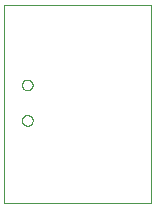
<source format=gko>
G75*
%MOIN*%
%OFA0B0*%
%FSLAX25Y25*%
%IPPOS*%
%LPD*%
%AMOC8*
5,1,8,0,0,1.08239X$1,22.5*
%
%ADD10C,0.00000*%
D10*
X0001000Y0001000D02*
X0001000Y0066945D01*
X0050213Y0066945D01*
X0050213Y0001000D01*
X0001000Y0001000D01*
X0007102Y0028559D02*
X0007104Y0028643D01*
X0007110Y0028726D01*
X0007120Y0028809D01*
X0007134Y0028892D01*
X0007151Y0028974D01*
X0007173Y0029055D01*
X0007198Y0029134D01*
X0007227Y0029213D01*
X0007260Y0029290D01*
X0007296Y0029365D01*
X0007336Y0029439D01*
X0007379Y0029511D01*
X0007426Y0029580D01*
X0007476Y0029647D01*
X0007529Y0029712D01*
X0007585Y0029774D01*
X0007643Y0029834D01*
X0007705Y0029891D01*
X0007769Y0029944D01*
X0007836Y0029995D01*
X0007905Y0030042D01*
X0007976Y0030087D01*
X0008049Y0030127D01*
X0008124Y0030164D01*
X0008201Y0030198D01*
X0008279Y0030228D01*
X0008358Y0030254D01*
X0008439Y0030277D01*
X0008521Y0030295D01*
X0008603Y0030310D01*
X0008686Y0030321D01*
X0008769Y0030328D01*
X0008853Y0030331D01*
X0008937Y0030330D01*
X0009020Y0030325D01*
X0009104Y0030316D01*
X0009186Y0030303D01*
X0009268Y0030287D01*
X0009349Y0030266D01*
X0009430Y0030242D01*
X0009508Y0030214D01*
X0009586Y0030182D01*
X0009662Y0030146D01*
X0009736Y0030107D01*
X0009808Y0030065D01*
X0009878Y0030019D01*
X0009946Y0029970D01*
X0010011Y0029918D01*
X0010074Y0029863D01*
X0010134Y0029805D01*
X0010192Y0029744D01*
X0010246Y0029680D01*
X0010298Y0029614D01*
X0010346Y0029546D01*
X0010391Y0029475D01*
X0010432Y0029402D01*
X0010471Y0029328D01*
X0010505Y0029252D01*
X0010536Y0029174D01*
X0010563Y0029095D01*
X0010587Y0029014D01*
X0010606Y0028933D01*
X0010622Y0028851D01*
X0010634Y0028768D01*
X0010642Y0028684D01*
X0010646Y0028601D01*
X0010646Y0028517D01*
X0010642Y0028434D01*
X0010634Y0028350D01*
X0010622Y0028267D01*
X0010606Y0028185D01*
X0010587Y0028104D01*
X0010563Y0028023D01*
X0010536Y0027944D01*
X0010505Y0027866D01*
X0010471Y0027790D01*
X0010432Y0027716D01*
X0010391Y0027643D01*
X0010346Y0027572D01*
X0010298Y0027504D01*
X0010246Y0027438D01*
X0010192Y0027374D01*
X0010134Y0027313D01*
X0010074Y0027255D01*
X0010011Y0027200D01*
X0009946Y0027148D01*
X0009878Y0027099D01*
X0009808Y0027053D01*
X0009736Y0027011D01*
X0009662Y0026972D01*
X0009586Y0026936D01*
X0009508Y0026904D01*
X0009430Y0026876D01*
X0009349Y0026852D01*
X0009268Y0026831D01*
X0009186Y0026815D01*
X0009104Y0026802D01*
X0009020Y0026793D01*
X0008937Y0026788D01*
X0008853Y0026787D01*
X0008769Y0026790D01*
X0008686Y0026797D01*
X0008603Y0026808D01*
X0008521Y0026823D01*
X0008439Y0026841D01*
X0008358Y0026864D01*
X0008279Y0026890D01*
X0008201Y0026920D01*
X0008124Y0026954D01*
X0008049Y0026991D01*
X0007976Y0027031D01*
X0007905Y0027076D01*
X0007836Y0027123D01*
X0007769Y0027174D01*
X0007705Y0027227D01*
X0007643Y0027284D01*
X0007585Y0027344D01*
X0007529Y0027406D01*
X0007476Y0027471D01*
X0007426Y0027538D01*
X0007379Y0027607D01*
X0007336Y0027679D01*
X0007296Y0027753D01*
X0007260Y0027828D01*
X0007227Y0027905D01*
X0007198Y0027984D01*
X0007173Y0028063D01*
X0007151Y0028144D01*
X0007134Y0028226D01*
X0007120Y0028309D01*
X0007110Y0028392D01*
X0007104Y0028475D01*
X0007102Y0028559D01*
X0007102Y0040370D02*
X0007104Y0040454D01*
X0007110Y0040537D01*
X0007120Y0040620D01*
X0007134Y0040703D01*
X0007151Y0040785D01*
X0007173Y0040866D01*
X0007198Y0040945D01*
X0007227Y0041024D01*
X0007260Y0041101D01*
X0007296Y0041176D01*
X0007336Y0041250D01*
X0007379Y0041322D01*
X0007426Y0041391D01*
X0007476Y0041458D01*
X0007529Y0041523D01*
X0007585Y0041585D01*
X0007643Y0041645D01*
X0007705Y0041702D01*
X0007769Y0041755D01*
X0007836Y0041806D01*
X0007905Y0041853D01*
X0007976Y0041898D01*
X0008049Y0041938D01*
X0008124Y0041975D01*
X0008201Y0042009D01*
X0008279Y0042039D01*
X0008358Y0042065D01*
X0008439Y0042088D01*
X0008521Y0042106D01*
X0008603Y0042121D01*
X0008686Y0042132D01*
X0008769Y0042139D01*
X0008853Y0042142D01*
X0008937Y0042141D01*
X0009020Y0042136D01*
X0009104Y0042127D01*
X0009186Y0042114D01*
X0009268Y0042098D01*
X0009349Y0042077D01*
X0009430Y0042053D01*
X0009508Y0042025D01*
X0009586Y0041993D01*
X0009662Y0041957D01*
X0009736Y0041918D01*
X0009808Y0041876D01*
X0009878Y0041830D01*
X0009946Y0041781D01*
X0010011Y0041729D01*
X0010074Y0041674D01*
X0010134Y0041616D01*
X0010192Y0041555D01*
X0010246Y0041491D01*
X0010298Y0041425D01*
X0010346Y0041357D01*
X0010391Y0041286D01*
X0010432Y0041213D01*
X0010471Y0041139D01*
X0010505Y0041063D01*
X0010536Y0040985D01*
X0010563Y0040906D01*
X0010587Y0040825D01*
X0010606Y0040744D01*
X0010622Y0040662D01*
X0010634Y0040579D01*
X0010642Y0040495D01*
X0010646Y0040412D01*
X0010646Y0040328D01*
X0010642Y0040245D01*
X0010634Y0040161D01*
X0010622Y0040078D01*
X0010606Y0039996D01*
X0010587Y0039915D01*
X0010563Y0039834D01*
X0010536Y0039755D01*
X0010505Y0039677D01*
X0010471Y0039601D01*
X0010432Y0039527D01*
X0010391Y0039454D01*
X0010346Y0039383D01*
X0010298Y0039315D01*
X0010246Y0039249D01*
X0010192Y0039185D01*
X0010134Y0039124D01*
X0010074Y0039066D01*
X0010011Y0039011D01*
X0009946Y0038959D01*
X0009878Y0038910D01*
X0009808Y0038864D01*
X0009736Y0038822D01*
X0009662Y0038783D01*
X0009586Y0038747D01*
X0009508Y0038715D01*
X0009430Y0038687D01*
X0009349Y0038663D01*
X0009268Y0038642D01*
X0009186Y0038626D01*
X0009104Y0038613D01*
X0009020Y0038604D01*
X0008937Y0038599D01*
X0008853Y0038598D01*
X0008769Y0038601D01*
X0008686Y0038608D01*
X0008603Y0038619D01*
X0008521Y0038634D01*
X0008439Y0038652D01*
X0008358Y0038675D01*
X0008279Y0038701D01*
X0008201Y0038731D01*
X0008124Y0038765D01*
X0008049Y0038802D01*
X0007976Y0038842D01*
X0007905Y0038887D01*
X0007836Y0038934D01*
X0007769Y0038985D01*
X0007705Y0039038D01*
X0007643Y0039095D01*
X0007585Y0039155D01*
X0007529Y0039217D01*
X0007476Y0039282D01*
X0007426Y0039349D01*
X0007379Y0039418D01*
X0007336Y0039490D01*
X0007296Y0039564D01*
X0007260Y0039639D01*
X0007227Y0039716D01*
X0007198Y0039795D01*
X0007173Y0039874D01*
X0007151Y0039955D01*
X0007134Y0040037D01*
X0007120Y0040120D01*
X0007110Y0040203D01*
X0007104Y0040286D01*
X0007102Y0040370D01*
M02*

</source>
